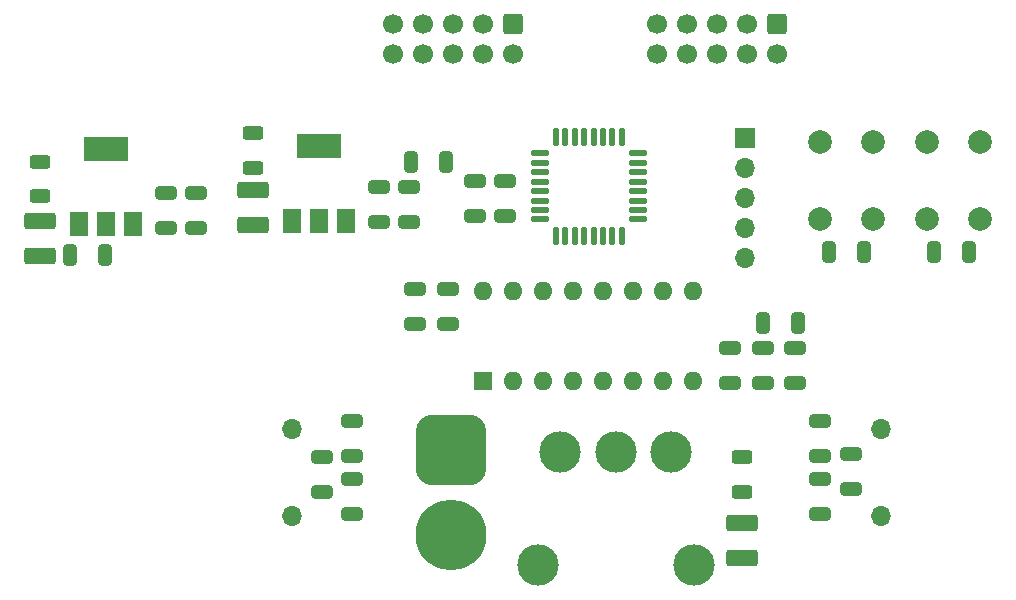
<source format=gts>
%TF.GenerationSoftware,KiCad,Pcbnew,7.0.2*%
%TF.CreationDate,2023-11-09T20:15:29+01:00*%
%TF.ProjectId,Motherboard,4d6f7468-6572-4626-9f61-72642e6b6963,rev?*%
%TF.SameCoordinates,Original*%
%TF.FileFunction,Soldermask,Top*%
%TF.FilePolarity,Negative*%
%FSLAX46Y46*%
G04 Gerber Fmt 4.6, Leading zero omitted, Abs format (unit mm)*
G04 Created by KiCad (PCBNEW 7.0.2) date 2023-11-09 20:15:29*
%MOMM*%
%LPD*%
G01*
G04 APERTURE LIST*
G04 Aperture macros list*
%AMRoundRect*
0 Rectangle with rounded corners*
0 $1 Rounding radius*
0 $2 $3 $4 $5 $6 $7 $8 $9 X,Y pos of 4 corners*
0 Add a 4 corners polygon primitive as box body*
4,1,4,$2,$3,$4,$5,$6,$7,$8,$9,$2,$3,0*
0 Add four circle primitives for the rounded corners*
1,1,$1+$1,$2,$3*
1,1,$1+$1,$4,$5*
1,1,$1+$1,$6,$7*
1,1,$1+$1,$8,$9*
0 Add four rect primitives between the rounded corners*
20,1,$1+$1,$2,$3,$4,$5,0*
20,1,$1+$1,$4,$5,$6,$7,0*
20,1,$1+$1,$6,$7,$8,$9,0*
20,1,$1+$1,$8,$9,$2,$3,0*%
G04 Aperture macros list end*
%ADD10RoundRect,0.250001X1.074999X-0.462499X1.074999X0.462499X-1.074999X0.462499X-1.074999X-0.462499X0*%
%ADD11RoundRect,0.250000X0.325000X0.650000X-0.325000X0.650000X-0.325000X-0.650000X0.325000X-0.650000X0*%
%ADD12RoundRect,0.250000X0.650000X-0.325000X0.650000X0.325000X-0.650000X0.325000X-0.650000X-0.325000X0*%
%ADD13C,3.500000*%
%ADD14RoundRect,0.250000X-0.650000X0.325000X-0.650000X-0.325000X0.650000X-0.325000X0.650000X0.325000X0*%
%ADD15C,2.000000*%
%ADD16O,1.600000X1.600000*%
%ADD17R,1.600000X1.600000*%
%ADD18R,1.500000X2.000000*%
%ADD19R,3.800000X2.000000*%
%ADD20RoundRect,0.250000X0.625000X-0.312500X0.625000X0.312500X-0.625000X0.312500X-0.625000X-0.312500X0*%
%ADD21C,1.700000*%
%ADD22RoundRect,0.250000X-0.600000X0.600000X-0.600000X-0.600000X0.600000X-0.600000X0.600000X0.600000X0*%
%ADD23O,1.700000X1.700000*%
%ADD24R,1.700000X1.700000*%
%ADD25C,6.000000*%
%ADD26RoundRect,1.500000X-1.500000X1.500000X-1.500000X-1.500000X1.500000X-1.500000X1.500000X1.500000X0*%
%ADD27RoundRect,0.125000X-0.125000X-0.625000X0.125000X-0.625000X0.125000X0.625000X-0.125000X0.625000X0*%
%ADD28RoundRect,0.125000X-0.625000X-0.125000X0.625000X-0.125000X0.625000X0.125000X-0.625000X0.125000X0*%
G04 APERTURE END LIST*
D10*
%TO.C,D2*%
X98228000Y-87047500D03*
X98228000Y-90022500D03*
%TD*%
D11*
%TO.C,C19*%
X165079000Y-89678000D03*
X168029000Y-89678000D03*
%TD*%
D12*
%TO.C,C2*%
X137578682Y-83631000D03*
X137578682Y-86581000D03*
%TD*%
%TO.C,C4*%
X126930000Y-84139000D03*
X126930000Y-87089000D03*
%TD*%
D13*
%TO.C,SW2*%
X142296000Y-106617500D03*
X146996000Y-106617500D03*
X151696000Y-106617500D03*
X153601000Y-116147500D03*
X140391000Y-116147500D03*
%TD*%
D14*
%TO.C,C17*%
X122104000Y-109949000D03*
X122104000Y-106999000D03*
%TD*%
D15*
%TO.C,SW1*%
X168768000Y-80332000D03*
X168768000Y-86832000D03*
X164268000Y-80332000D03*
X164268000Y-86832000D03*
%TD*%
D14*
%TO.C,C15*%
X164268000Y-106901000D03*
X164268000Y-103951000D03*
%TD*%
D16*
%TO.C,U4*%
X135708000Y-92970000D03*
X138248000Y-92970000D03*
X140788000Y-92970000D03*
X143328000Y-92970000D03*
X145868000Y-92970000D03*
X148408000Y-92970000D03*
X150948000Y-92970000D03*
X153488000Y-92970000D03*
X153488000Y-100590000D03*
X150948000Y-100590000D03*
X148408000Y-100590000D03*
X145868000Y-100590000D03*
X143328000Y-100590000D03*
X140788000Y-100590000D03*
X138248000Y-100590000D03*
D17*
X135708000Y-100590000D03*
%TD*%
D12*
%TO.C,C6*%
X111436000Y-84647000D03*
X111436000Y-87597000D03*
%TD*%
%TO.C,C1*%
X135058000Y-83631000D03*
X135058000Y-86581000D03*
%TD*%
D14*
%TO.C,C13*%
X164268000Y-111838000D03*
X164268000Y-108888000D03*
%TD*%
%TO.C,C16*%
X124644000Y-111838000D03*
X124644000Y-108888000D03*
%TD*%
D10*
%TO.C,D3*%
X157664000Y-112574500D03*
X157664000Y-115549500D03*
%TD*%
D18*
%TO.C,U2*%
X124150000Y-86986000D03*
D19*
X121850000Y-80686000D03*
D18*
X121850000Y-86986000D03*
X119550000Y-86986000D03*
%TD*%
D15*
%TO.C,SW3*%
X177821000Y-80332000D03*
X177821000Y-86832000D03*
X173321000Y-80332000D03*
X173321000Y-86832000D03*
%TD*%
D12*
%TO.C,C12*%
X156648000Y-97790000D03*
X156648000Y-100740000D03*
%TD*%
D20*
%TO.C,R3*%
X157664000Y-107011500D03*
X157664000Y-109936500D03*
%TD*%
D12*
%TO.C,C11*%
X159442000Y-97790000D03*
X159442000Y-100740000D03*
%TD*%
D18*
%TO.C,U3*%
X106116000Y-87240000D03*
D19*
X103816000Y-80940000D03*
D18*
X103816000Y-87240000D03*
X101516000Y-87240000D03*
%TD*%
D20*
%TO.C,R2*%
X98228000Y-81992500D03*
X98228000Y-84917500D03*
%TD*%
D21*
%TO.C,J5*%
X150487802Y-72914000D03*
X150487802Y-70374000D03*
X153027802Y-72914000D03*
X153027802Y-70374000D03*
X155567802Y-72914000D03*
X155567802Y-70374000D03*
X158107802Y-72914000D03*
X158107802Y-70374000D03*
X160647802Y-72914000D03*
D22*
X160647802Y-70374000D03*
%TD*%
D23*
%TO.C,J3*%
X119564000Y-112014000D03*
X119564000Y-104614000D03*
%TD*%
%TO.C,J6*%
X157918000Y-90191000D03*
X157918000Y-87651000D03*
X157918000Y-85111000D03*
X157918000Y-82571000D03*
D24*
X157918000Y-80031000D03*
%TD*%
D10*
%TO.C,D1*%
X116262000Y-84380500D03*
X116262000Y-87355500D03*
%TD*%
D12*
%TO.C,C21*%
X162179000Y-97790000D03*
X162179000Y-100740000D03*
%TD*%
D21*
%TO.C,J4*%
X128135802Y-72914000D03*
X128135802Y-70374000D03*
X130675802Y-72914000D03*
X130675802Y-70374000D03*
X133215802Y-72914000D03*
X133215802Y-70374000D03*
X135755802Y-72914000D03*
X135755802Y-70374000D03*
X138295802Y-72914000D03*
D22*
X138295802Y-70374000D03*
%TD*%
D20*
%TO.C,R1*%
X116262000Y-79579500D03*
X116262000Y-82504500D03*
%TD*%
D11*
%TO.C,C20*%
X173969000Y-89678000D03*
X176919000Y-89678000D03*
%TD*%
D12*
%TO.C,C7*%
X108896000Y-84647000D03*
X108896000Y-87597000D03*
%TD*%
D14*
%TO.C,C18*%
X124644000Y-106901000D03*
X124644000Y-103951000D03*
%TD*%
D11*
%TO.C,C5*%
X129646000Y-82058000D03*
X132596000Y-82058000D03*
%TD*%
D14*
%TO.C,C14*%
X166935000Y-109695000D03*
X166935000Y-106745000D03*
%TD*%
D12*
%TO.C,C3*%
X129470000Y-84139000D03*
X129470000Y-87089000D03*
%TD*%
D25*
%TO.C,J1*%
X133026000Y-113598000D03*
D26*
X133026000Y-106398000D03*
%TD*%
D11*
%TO.C,C22*%
X159434000Y-95631000D03*
X162384000Y-95631000D03*
%TD*%
%TO.C,C8*%
X100817000Y-89932000D03*
X103767000Y-89932000D03*
%TD*%
D23*
%TO.C,J2*%
X169475000Y-104614000D03*
X169475000Y-112014000D03*
%TD*%
D27*
%TO.C,U1*%
X141910000Y-79915000D03*
X142710000Y-79915000D03*
X143510000Y-79915000D03*
X144310000Y-79915000D03*
X145110000Y-79915000D03*
X145910000Y-79915000D03*
X146710000Y-79915000D03*
X147510000Y-79915000D03*
D28*
X148885000Y-81290000D03*
X148885000Y-82090000D03*
X148885000Y-82890000D03*
X148885000Y-83690000D03*
X148885000Y-84490000D03*
X148885000Y-85290000D03*
X148885000Y-86090000D03*
X148885000Y-86890000D03*
D27*
X147510000Y-88265000D03*
X146710000Y-88265000D03*
X145910000Y-88265000D03*
X145110000Y-88265000D03*
X144310000Y-88265000D03*
X143510000Y-88265000D03*
X142710000Y-88265000D03*
X141910000Y-88265000D03*
D28*
X140535000Y-86890000D03*
X140535000Y-86090000D03*
X140535000Y-85290000D03*
X140535000Y-84490000D03*
X140535000Y-83690000D03*
X140535000Y-82890000D03*
X140535000Y-82090000D03*
X140535000Y-81290000D03*
%TD*%
D12*
%TO.C,C9*%
X132772000Y-92775000D03*
X132772000Y-95725000D03*
%TD*%
%TO.C,C10*%
X129978000Y-92775000D03*
X129978000Y-95725000D03*
%TD*%
M02*

</source>
